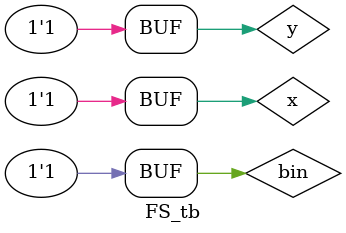
<source format=v>
/* full subtractor module */

module fullSub(output reg D,Bout,input X,Y,Bin);
always @ (X or Y or Bin) begin
	if(( X == 1'b0 & Y ==1'b0 & Bin == 1'b0)|
	( X==1'b0 & Y ==1'b1 & Bin == 1'b1)|
	(X == 1'b1 & Y == 1'b0 & Bin == 1'b1)|
	(X == 1'b1 & Y == 1'b1 & Bin == 1'b0))
	begin
		D=1'b0;
	end
	else
		D=1'b1;
	if((X == 1'b0 & Y == 1'b0 & Bin == 1'b0)|
	(X == 1'b1 & Y == 1'b0 & Bin == 1'b0)|
	(X == 1'b1 & Y == 1'b0 & Bin == 1'b1)|
	(X == 1'b1 & Y == 1'b1 & Bin == 1'b0))
	begin
		Bout=1'b0;
	end
	else
		Bout=1'b1;
	end
endmodule

/* testbench module */

module FS_tb;
	reg x,y,bin;
	wire d,bout;
	fullSub fs(d,bout,x,y,bin);
	initial begin
		x=0; y=0; bin=0;
		#1 x = 0; y = 0; bin = 1;
		#1 x = 0; y = 1; bin = 0;
		#1 x = 0; y = 1; bin = 1;
		#1 x = 1; y = 0; bin = 0;
		#1 x = 1; y = 0; bin = 1;
		#1 x = 1; y = 1; bin = 0;
		#1 x = 1; y = 1; bin = 1;
	end
	initial begin
		$monitor("%t | A = %d | B = %d | Borrow In = %d | Difference = %d | Borrow Out = %d",$time,x,y,bin,d,bout);
	end
endmodule

</source>
